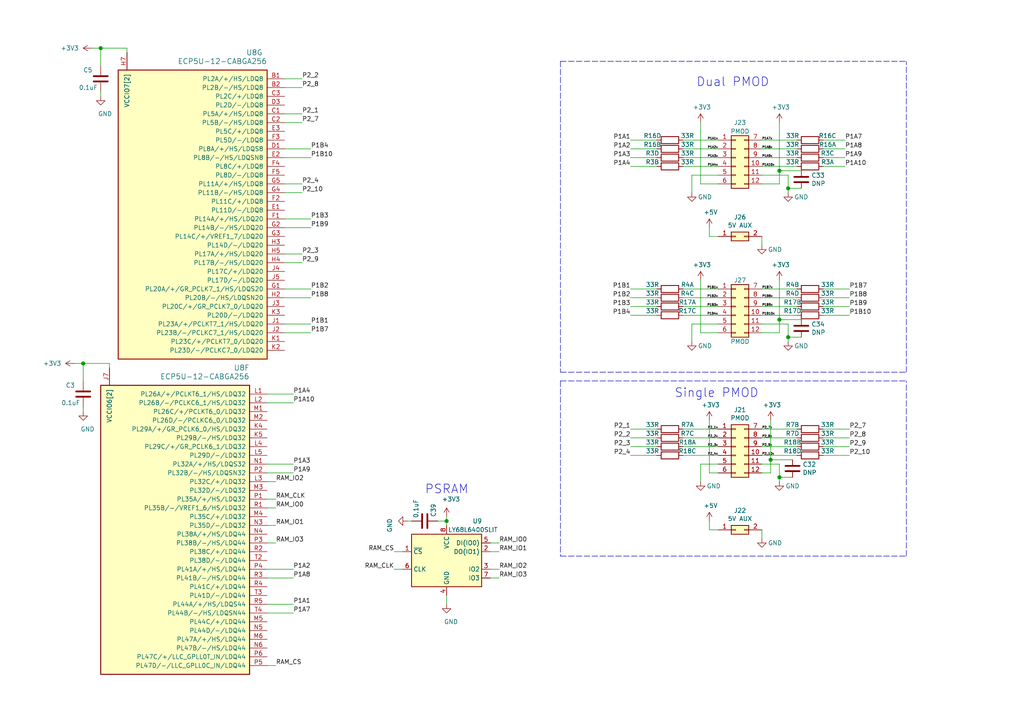
<source format=kicad_sch>
(kicad_sch (version 20201015) (generator eeschema)
  (paper "A4")
  (title_block (title "iCEBreaker+++") (date "2020-12-12") (rev "V0.1") (company "GsD") (comment 1 "2020 (C) GsD  <greg.davill@gmail.com>"))
  (junction (at 24.13 105.41) (diameter 1.016))
  (junction (at 29.21 13.97) (diameter 1.016))
  (junction (at 129.54 151.13) (diameter 1.016))
  (junction (at 223.52 133.35) (diameter 1.016))
  (junction (at 226.06 49.53) (diameter 1.016))
  (junction (at 226.06 92.71) (diameter 1.016))
  (junction (at 226.06 138.43) (diameter 1.016))
  (junction (at 228.6 54.61) (diameter 1.016))
  (junction (at 228.6 97.79) (diameter 1.016))
  (wire (pts (xy 21.59 105.41) (xy 24.13 105.41)))
  (wire (pts (xy 24.13 105.41) (xy 24.13 110.49)))
  (wire (pts (xy 24.13 118.11) (xy 24.13 119.38)))
  (wire (pts (xy 26.67 13.97) (xy 29.21 13.97)))
  (wire (pts (xy 29.21 13.97) (xy 29.21 19.05)))
  (wire (pts (xy 29.21 26.67) (xy 29.21 27.94)))
  (wire (pts (xy 31.75 105.41) (xy 24.13 105.41)))
  (wire (pts (xy 31.75 106.68) (xy 31.75 105.41)))
  (wire (pts (xy 36.83 13.97) (xy 29.21 13.97)))
  (wire (pts (xy 36.83 15.24) (xy 36.83 13.97)))
  (wire (pts (xy 77.47 114.3) (xy 85.09 114.3)))
  (wire (pts (xy 77.47 116.84) (xy 85.09 116.84)))
  (wire (pts (xy 77.47 134.62) (xy 85.09 134.62)))
  (wire (pts (xy 77.47 137.16) (xy 85.09 137.16)))
  (wire (pts (xy 77.47 144.78) (xy 80.01 144.78)))
  (wire (pts (xy 77.47 147.32) (xy 80.01 147.32)))
  (wire (pts (xy 77.47 152.4) (xy 80.01 152.4)))
  (wire (pts (xy 77.47 157.48) (xy 80.01 157.48)))
  (wire (pts (xy 77.47 165.1) (xy 85.09 165.1)))
  (wire (pts (xy 77.47 167.64) (xy 85.09 167.64)))
  (wire (pts (xy 77.47 175.26) (xy 85.09 175.26)))
  (wire (pts (xy 77.47 177.8) (xy 85.09 177.8)))
  (wire (pts (xy 80.01 139.7) (xy 77.47 139.7)))
  (wire (pts (xy 80.01 193.04) (xy 77.47 193.04)))
  (wire (pts (xy 82.55 22.86) (xy 87.63 22.86)))
  (wire (pts (xy 82.55 25.4) (xy 87.63 25.4)))
  (wire (pts (xy 82.55 33.02) (xy 87.63 33.02)))
  (wire (pts (xy 82.55 35.56) (xy 87.63 35.56)))
  (wire (pts (xy 82.55 43.18) (xy 90.17 43.18)))
  (wire (pts (xy 82.55 45.72) (xy 90.17 45.72)))
  (wire (pts (xy 82.55 53.34) (xy 87.63 53.34)))
  (wire (pts (xy 82.55 55.88) (xy 87.63 55.88)))
  (wire (pts (xy 82.55 63.5) (xy 90.17 63.5)))
  (wire (pts (xy 82.55 66.04) (xy 90.17 66.04)))
  (wire (pts (xy 82.55 73.66) (xy 87.63 73.66)))
  (wire (pts (xy 82.55 76.2) (xy 87.63 76.2)))
  (wire (pts (xy 82.55 83.82) (xy 90.17 83.82)))
  (wire (pts (xy 82.55 86.36) (xy 90.17 86.36)))
  (wire (pts (xy 82.55 93.98) (xy 90.17 93.98)))
  (wire (pts (xy 82.55 96.52) (xy 90.17 96.52)))
  (wire (pts (xy 114.3 160.02) (xy 116.84 160.02)))
  (wire (pts (xy 114.3 165.1) (xy 116.84 165.1)))
  (wire (pts (xy 119.38 151.13) (xy 118.11 151.13)))
  (wire (pts (xy 127 151.13) (xy 129.54 151.13)))
  (wire (pts (xy 129.54 149.86) (xy 129.54 151.13)))
  (wire (pts (xy 129.54 151.13) (xy 129.54 152.4)))
  (wire (pts (xy 129.54 172.72) (xy 129.54 175.26)))
  (wire (pts (xy 142.24 157.48) (xy 144.78 157.48)))
  (wire (pts (xy 142.24 160.02) (xy 144.78 160.02)))
  (wire (pts (xy 142.24 165.1) (xy 144.78 165.1)))
  (wire (pts (xy 142.24 167.64) (xy 144.78 167.64)))
  (wire (pts (xy 190.5 40.64) (xy 182.88 40.64)))
  (wire (pts (xy 190.5 43.18) (xy 182.88 43.18)))
  (wire (pts (xy 190.5 45.72) (xy 182.88 45.72)))
  (wire (pts (xy 190.5 48.26) (xy 182.88 48.26)))
  (wire (pts (xy 190.5 83.82) (xy 182.88 83.82)))
  (wire (pts (xy 190.5 86.36) (xy 182.88 86.36)))
  (wire (pts (xy 190.5 88.9) (xy 182.88 88.9)))
  (wire (pts (xy 190.5 91.44) (xy 182.88 91.44)))
  (wire (pts (xy 190.5 124.46) (xy 182.88 124.46)))
  (wire (pts (xy 190.5 127) (xy 182.88 127)))
  (wire (pts (xy 190.5 129.54) (xy 182.88 129.54)))
  (wire (pts (xy 190.5 132.08) (xy 182.88 132.08)))
  (wire (pts (xy 198.12 124.46) (xy 208.28 124.46)))
  (wire (pts (xy 198.12 127) (xy 208.28 127)))
  (wire (pts (xy 198.12 129.54) (xy 208.28 129.54)))
  (wire (pts (xy 198.12 132.08) (xy 208.28 132.08)))
  (wire (pts (xy 200.66 50.8) (xy 200.66 55.88)))
  (wire (pts (xy 200.66 93.98) (xy 208.28 93.98)))
  (wire (pts (xy 200.66 99.06) (xy 200.66 93.98)))
  (wire (pts (xy 203.2 53.34) (xy 203.2 35.56)))
  (wire (pts (xy 203.2 96.52) (xy 203.2 81.28)))
  (wire (pts (xy 203.2 96.52) (xy 208.28 96.52)))
  (wire (pts (xy 203.2 134.62) (xy 208.28 134.62)))
  (wire (pts (xy 203.2 139.7) (xy 203.2 134.62)))
  (wire (pts (xy 205.74 68.58) (xy 205.74 66.04)))
  (wire (pts (xy 205.74 137.16) (xy 205.74 121.92)))
  (wire (pts (xy 205.74 153.67) (xy 205.74 151.13)))
  (wire (pts (xy 208.28 40.64) (xy 198.12 40.64)))
  (wire (pts (xy 208.28 43.18) (xy 198.12 43.18)))
  (wire (pts (xy 208.28 45.72) (xy 198.12 45.72)))
  (wire (pts (xy 208.28 48.26) (xy 198.12 48.26)))
  (wire (pts (xy 208.28 50.8) (xy 200.66 50.8)))
  (wire (pts (xy 208.28 53.34) (xy 203.2 53.34)))
  (wire (pts (xy 208.28 68.58) (xy 205.74 68.58)))
  (wire (pts (xy 208.28 83.82) (xy 198.12 83.82)))
  (wire (pts (xy 208.28 86.36) (xy 198.12 86.36)))
  (wire (pts (xy 208.28 88.9) (xy 198.12 88.9)))
  (wire (pts (xy 208.28 91.44) (xy 198.12 91.44)))
  (wire (pts (xy 208.28 137.16) (xy 205.74 137.16)))
  (wire (pts (xy 208.28 153.67) (xy 205.74 153.67)))
  (wire (pts (xy 220.98 40.64) (xy 231.14 40.64)))
  (wire (pts (xy 220.98 43.18) (xy 231.14 43.18)))
  (wire (pts (xy 220.98 45.72) (xy 231.14 45.72)))
  (wire (pts (xy 220.98 48.26) (xy 231.14 48.26)))
  (wire (pts (xy 220.98 50.8) (xy 228.6 50.8)))
  (wire (pts (xy 220.98 53.34) (xy 226.06 53.34)))
  (wire (pts (xy 220.98 68.58) (xy 220.98 71.12)))
  (wire (pts (xy 220.98 83.82) (xy 231.14 83.82)))
  (wire (pts (xy 220.98 86.36) (xy 231.14 86.36)))
  (wire (pts (xy 220.98 88.9) (xy 231.14 88.9)))
  (wire (pts (xy 220.98 91.44) (xy 231.14 91.44)))
  (wire (pts (xy 220.98 124.46) (xy 231.14 124.46)))
  (wire (pts (xy 220.98 127) (xy 231.14 127)))
  (wire (pts (xy 220.98 129.54) (xy 231.14 129.54)))
  (wire (pts (xy 220.98 132.08) (xy 231.14 132.08)))
  (wire (pts (xy 220.98 134.62) (xy 226.06 134.62)))
  (wire (pts (xy 220.98 137.16) (xy 223.52 137.16)))
  (wire (pts (xy 220.98 153.67) (xy 220.98 156.21)))
  (wire (pts (xy 223.52 133.35) (xy 223.52 121.92)))
  (wire (pts (xy 223.52 133.35) (xy 229.87 133.35)))
  (wire (pts (xy 223.52 137.16) (xy 223.52 133.35)))
  (wire (pts (xy 226.06 49.53) (xy 226.06 35.56)))
  (wire (pts (xy 226.06 49.53) (xy 232.41 49.53)))
  (wire (pts (xy 226.06 53.34) (xy 226.06 49.53)))
  (wire (pts (xy 226.06 92.71) (xy 226.06 81.28)))
  (wire (pts (xy 226.06 92.71) (xy 232.41 92.71)))
  (wire (pts (xy 226.06 96.52) (xy 220.98 96.52)))
  (wire (pts (xy 226.06 96.52) (xy 226.06 92.71)))
  (wire (pts (xy 226.06 134.62) (xy 226.06 138.43)))
  (wire (pts (xy 226.06 138.43) (xy 226.06 139.7)))
  (wire (pts (xy 226.06 138.43) (xy 229.87 138.43)))
  (wire (pts (xy 228.6 50.8) (xy 228.6 54.61)))
  (wire (pts (xy 228.6 54.61) (xy 228.6 55.88)))
  (wire (pts (xy 228.6 54.61) (xy 232.41 54.61)))
  (wire (pts (xy 228.6 93.98) (xy 220.98 93.98)))
  (wire (pts (xy 228.6 93.98) (xy 228.6 97.79)))
  (wire (pts (xy 228.6 97.79) (xy 228.6 99.06)))
  (wire (pts (xy 228.6 97.79) (xy 232.41 97.79)))
  (wire (pts (xy 238.76 40.64) (xy 245.11 40.64)))
  (wire (pts (xy 238.76 43.18) (xy 245.11 43.18)))
  (wire (pts (xy 238.76 45.72) (xy 245.11 45.72)))
  (wire (pts (xy 238.76 48.26) (xy 245.11 48.26)))
  (wire (pts (xy 238.76 83.82) (xy 246.38 83.82)))
  (wire (pts (xy 238.76 86.36) (xy 246.38 86.36)))
  (wire (pts (xy 238.76 88.9) (xy 246.38 88.9)))
  (wire (pts (xy 238.76 91.44) (xy 246.38 91.44)))
  (wire (pts (xy 238.76 124.46) (xy 246.38 124.46)))
  (wire (pts (xy 238.76 127) (xy 246.38 127)))
  (wire (pts (xy 238.76 129.54) (xy 246.38 129.54)))
  (wire (pts (xy 238.76 132.08) (xy 246.38 132.08)))
  (polyline (pts (xy 162.56 17.78) (xy 162.56 107.95)) (stroke (width 0) (type dash)))
  (polyline (pts (xy 162.56 17.78) (xy 262.89 17.78)) (stroke (width 0) (type dash)))
  (polyline (pts (xy 162.56 107.95) (xy 262.89 107.95)) (stroke (width 0) (type dash)))
  (polyline (pts (xy 162.56 110.49) (xy 162.56 161.29)) (stroke (width 0) (type dash)))
  (polyline (pts (xy 162.56 110.49) (xy 262.89 110.49)) (stroke (width 0) (type dash)))
  (polyline (pts (xy 162.56 161.29) (xy 262.89 161.29)) (stroke (width 0) (type dash)))
  (polyline (pts (xy 262.89 107.95) (xy 262.89 17.78)) (stroke (width 0) (type dash)))
  (polyline (pts (xy 262.89 161.29) (xy 262.89 110.49)) (stroke (width 0) (type dash)))
  (text "PSRAM" (at 123.19 143.51 0) (effects (font (size 2.54 2.54)) (justify left bottom)))
  (text "Single PMOD" (at 195.58 115.57 0) (effects (font (size 2.54 2.54)) (justify left bottom)))
  (text "Dual PMOD" (at 201.93 25.4 0) (effects (font (size 2.54 2.54)) (justify left bottom)))
  (label "RAM_IO2" (at 80.01 139.7 0))
  (label "RAM_CLK" (at 80.01 144.78 0))
  (label "RAM_IO0" (at 80.01 147.32 0))
  (label "RAM_IO1" (at 80.01 152.4 0))
  (label "RAM_IO3" (at 80.01 157.48 0))
  (label "RAM_CS" (at 80.01 193.04 0))
  (label "P1A4" (at 85.09 114.3 0))
  (label "P1A10" (at 85.09 116.84 0))
  (label "P1A3" (at 85.09 134.62 0))
  (label "P1A9" (at 85.09 137.16 0))
  (label "P1A2" (at 85.09 165.1 0))
  (label "P1A8" (at 85.09 167.64 0))
  (label "P1A1" (at 85.09 175.26 0))
  (label "P1A7" (at 85.09 177.8 0))
  (label "P2_2" (at 87.63 22.86 0))
  (label "P2_8" (at 87.63 25.4 0))
  (label "P2_1" (at 87.63 33.02 0))
  (label "P2_7" (at 87.63 35.56 0))
  (label "P2_4" (at 87.63 53.34 0))
  (label "P2_10" (at 87.63 55.88 0))
  (label "P2_3" (at 87.63 73.66 0))
  (label "P2_9" (at 87.63 76.2 0))
  (label "P1B4" (at 90.17 43.18 0))
  (label "P1B10" (at 90.17 45.72 0))
  (label "P1B3" (at 90.17 63.5 0))
  (label "P1B9" (at 90.17 66.04 0))
  (label "P1B2" (at 90.17 83.82 0))
  (label "P1B8" (at 90.17 86.36 0))
  (label "P1B1" (at 90.17 93.98 0))
  (label "P1B7" (at 90.17 96.52 0))
  (label "RAM_CS" (at 114.3 160.02 180))
  (label "RAM_CLK" (at 114.3 165.1 180))
  (label "RAM_IO0" (at 144.78 157.48 0))
  (label "RAM_IO1" (at 144.78 160.02 0))
  (label "RAM_IO2" (at 144.78 165.1 0))
  (label "RAM_IO3" (at 144.78 167.64 0))
  (label "P1A1" (at 182.88 40.64 180))
  (label "P1A2" (at 182.88 43.18 180))
  (label "P1A3" (at 182.88 45.72 180))
  (label "P1A4" (at 182.88 48.26 180))
  (label "P1B1" (at 182.88 83.82 180))
  (label "P1B2" (at 182.88 86.36 180))
  (label "P1B3" (at 182.88 88.9 180))
  (label "P1B4" (at 182.88 91.44 180))
  (label "P2_1" (at 182.88 124.46 180))
  (label "P2_2" (at 182.88 127 180))
  (label "P2_3" (at 182.88 129.54 180))
  (label "P2_4" (at 182.88 132.08 180))
  (label "P1A1x" (at 208.28 40.64 180) (effects (font (size 0.635 0.635))))
  (label "P1A2x" (at 208.28 43.18 180) (effects (font (size 0.635 0.635))))
  (label "P1A3x" (at 208.28 45.72 180) (effects (font (size 0.635 0.635))))
  (label "P1A4x" (at 208.28 48.26 180) (effects (font (size 0.635 0.635))))
  (label "P1B1x" (at 208.28 83.82 180) (effects (font (size 0.635 0.635))))
  (label "P1B2x" (at 208.28 86.36 180) (effects (font (size 0.635 0.635))))
  (label "P1B3x" (at 208.28 88.9 180) (effects (font (size 0.635 0.635))))
  (label "P1B4x" (at 208.28 91.44 180) (effects (font (size 0.635 0.635))))
  (label "P2_1x" (at 208.28 124.46 180) (effects (font (size 0.635 0.635))))
  (label "P2_2x" (at 208.28 127 180) (effects (font (size 0.635 0.635))))
  (label "P2_3x" (at 208.28 129.54 180) (effects (font (size 0.635 0.635))))
  (label "P2_4x" (at 208.28 132.08 180) (effects (font (size 0.635 0.635))))
  (label "P1A7x" (at 220.98 40.64 0) (effects (font (size 0.635 0.635))))
  (label "P1A8x" (at 220.98 43.18 0) (effects (font (size 0.635 0.635))))
  (label "P1A9x" (at 220.98 45.72 0) (effects (font (size 0.635 0.635))))
  (label "P1A10x" (at 220.98 48.26 0) (effects (font (size 0.635 0.635))))
  (label "P1B7x" (at 220.98 83.82 0) (effects (font (size 0.635 0.635))))
  (label "P1B8x" (at 220.98 86.36 0) (effects (font (size 0.635 0.635))))
  (label "P1B9x" (at 220.98 88.9 0) (effects (font (size 0.635 0.635))))
  (label "P1B10x" (at 220.98 91.44 0) (effects (font (size 0.635 0.635))))
  (label "P2_7x" (at 220.98 124.46 0) (effects (font (size 0.635 0.635))))
  (label "P2_8x" (at 220.98 127 0) (effects (font (size 0.635 0.635))))
  (label "P2_9x" (at 220.98 129.54 0) (effects (font (size 0.635 0.635))))
  (label "P2_10x" (at 220.98 132.08 0) (effects (font (size 0.635 0.635))))
  (label "P1A7" (at 245.11 40.64 0))
  (label "P1A8" (at 245.11 43.18 0))
  (label "P1A9" (at 245.11 45.72 0))
  (label "P1A10" (at 245.11 48.26 0))
  (label "P1B7" (at 246.38 83.82 0))
  (label "P1B8" (at 246.38 86.36 0))
  (label "P1B9" (at 246.38 88.9 0))
  (label "P1B10" (at 246.38 91.44 0))
  (label "P2_7" (at 246.38 124.46 0))
  (label "P2_8" (at 246.38 127 0))
  (label "P2_9" (at 246.38 129.54 0))
  (label "P2_10" (at 246.38 132.08 0))
  (symbol (lib_id "power:+3V3") (at 21.59 105.41 90) (unit 1)
    (property "Reference" "#PWR0130" (effects hide))
    (property "Value" "+3V3" (at 17.78 105.41 90) (effects (justify left)))
  )
  (symbol (lib_id "power:+3V3") (at 26.67 13.97 90) (unit 1)
    (property "Reference" "#PWR0129" (effects hide))
    (property "Value" "+3V3" (at 22.86 13.97 90) (effects (justify left)))
  )
  (symbol (lib_id "power:+3V3") (at 129.54 149.86 0) (unit 1)
    (property "Reference" "#PWR0168" (effects hide))
    (property "Value" "+3V3" (at 130.81 144.78 0))
  )
  (symbol (lib_id "power:+3V3") (at 203.2 35.56 0) (unit 1)
    (property "Reference" "#PWR0113" (effects hide))
    (property "Value" "+3V3" (at 203.581 31.0896 0))
  )
  (symbol (lib_id "power:+3V3") (at 203.2 81.28 0) (unit 1)
    (property "Reference" "#PWR0119" (effects hide))
    (property "Value" "+3V3" (at 203.581 76.8096 0))
  )
  (symbol (lib_id "power:+5V") (at 205.74 66.04 0) (unit 1)
    (property "Reference" "#PWR0109" (effects hide))
    (property "Value" "+5V" (at 206.121 61.5696 0))
  )
  (symbol (lib_id "power:+3V3") (at 205.74 121.92 0) (unit 1)
    (property "Reference" "#PWR0107" (effects hide))
    (property "Value" "+3V3" (at 206.121 117.4496 0))
  )
  (symbol (lib_id "power:+5V") (at 205.74 151.13 0) (unit 1)
    (property "Reference" "#PWR0110" (effects hide))
    (property "Value" "+5V" (at 206.121 146.6596 0))
  )
  (symbol (lib_id "power:+3V3") (at 223.52 121.92 0) (unit 1)
    (property "Reference" "#PWR0108" (effects hide))
    (property "Value" "+3V3" (at 223.901 117.4496 0))
  )
  (symbol (lib_id "power:+3V3") (at 226.06 35.56 0) (unit 1)
    (property "Reference" "#PWR0114" (effects hide))
    (property "Value" "+3V3" (at 226.441 31.0896 0))
  )
  (symbol (lib_id "power:+3V3") (at 226.06 81.28 0) (unit 1)
    (property "Reference" "#PWR0118" (effects hide))
    (property "Value" "+3V3" (at 226.441 76.8096 0))
  )
  (symbol (lib_id "power:GND") (at 24.13 119.38 0) (unit 1)
    (property "Reference" "#PWR0131" (effects hide))
    (property "Value" "GND" (at 25.4 124.46 0))
  )
  (symbol (lib_id "power:GND") (at 29.21 27.94 0) (unit 1)
    (property "Reference" "#PWR0128" (effects hide))
    (property "Value" "GND" (at 30.48 33.02 0))
  )
  (symbol (lib_id "power:GND") (at 118.11 151.13 270) (unit 1)
    (property "Reference" "#PWR0169" (effects hide))
    (property "Value" "GND" (at 113.03 152.4 0))
  )
  (symbol (lib_id "power:GND") (at 129.54 175.26 0) (unit 1)
    (property "Reference" "#PWR0133" (effects hide))
    (property "Value" "GND" (at 130.81 180.34 0))
  )
  (symbol (lib_id "power:GND") (at 200.66 55.88 0) (unit 1)
    (property "Reference" "#PWR0115" (effects hide))
    (property "Value" "GND" (at 204.47 57.15 0))
  )
  (symbol (lib_id "power:GND") (at 200.66 99.06 0) (unit 1)
    (property "Reference" "#PWR0122" (effects hide))
    (property "Value" "GND" (at 204.47 100.33 0))
  )
  (symbol (lib_id "power:GND") (at 203.2 139.7 0) (unit 1)
    (property "Reference" "#PWR0120" (effects hide))
    (property "Value" "GND" (at 207.01 140.97 0))
  )
  (symbol (lib_id "power:GND") (at 220.98 71.12 0) (unit 1)
    (property "Reference" "#PWR0117" (effects hide))
    (property "Value" "GND" (at 224.79 72.39 0))
  )
  (symbol (lib_id "power:GND") (at 220.98 156.21 0) (unit 1)
    (property "Reference" "#PWR0112" (effects hide))
    (property "Value" "GND" (at 224.79 157.48 0))
  )
  (symbol (lib_id "power:GND") (at 226.06 139.7 0) (unit 1)
    (property "Reference" "#PWR0121" (effects hide))
    (property "Value" "GND" (at 229.87 140.97 0))
  )
  (symbol (lib_id "power:GND") (at 228.6 55.88 0) (unit 1)
    (property "Reference" "#PWR0116" (effects hide))
    (property "Value" "GND" (at 232.41 57.15 0))
  )
  (symbol (lib_id "power:GND") (at 228.6 99.06 0) (unit 1)
    (property "Reference" "#PWR0111" (effects hide))
    (property "Value" "GND" (at 232.41 100.33 0))
  )
  (symbol (lib_id "Device:R_Pack04_Split") (at 194.31 40.64 90) (unit 4)
    (property "Reference" "R16" (at 189.23 39.37 90))
    (property "Value" "33R" (at 199.39 39.37 90))
    (property "Footprint" "Resistor_SMD:R_Array_Convex_4x0402" (effects hide))
  )
  (symbol (lib_id "Device:R_Pack04_Split") (at 194.31 43.18 90) (unit 2)
    (property "Reference" "R16" (at 189.23 41.91 90))
    (property "Value" "33R" (at 199.39 41.91 90))
    (property "Footprint" "Resistor_SMD:R_Array_Convex_4x0402" (effects hide))
  )
  (symbol (lib_id "Device:R_Pack04_Split") (at 194.31 45.72 90) (unit 4)
    (property "Reference" "R3" (at 189.23 44.45 90))
    (property "Value" "33R" (at 199.39 44.45 90))
    (property "Footprint" "Resistor_SMD:R_Array_Convex_4x0402" (effects hide))
  )
  (symbol (lib_id "Device:R_Pack04_Split") (at 194.31 48.26 90) (unit 2)
    (property "Reference" "R3" (at 189.23 46.99 90))
    (property "Value" "33R" (at 199.39 46.99 90))
    (property "Footprint" "Resistor_SMD:R_Array_Convex_4x0402" (effects hide))
  )
  (symbol (lib_id "Device:R_Pack04_Split") (at 194.31 83.82 270) (mirror x) (unit 1)
    (property "Reference" "R4" (at 199.39 82.55 90))
    (property "Value" "33R" (at 189.23 82.55 90))
    (property "Footprint" "Resistor_SMD:R_Array_Convex_4x0402" (effects hide))
  )
  (symbol (lib_id "Device:R_Pack04_Split") (at 194.31 86.36 270) (mirror x) (unit 3)
    (property "Reference" "R4" (at 199.39 85.09 90))
    (property "Value" "33R" (at 189.23 85.09 90))
    (property "Footprint" "Resistor_SMD:R_Array_Convex_4x0402" (effects hide))
  )
  (symbol (lib_id "Device:R_Pack04_Split") (at 194.31 88.9 270) (mirror x) (unit 1)
    (property "Reference" "R17" (at 199.39 87.63 90))
    (property "Value" "33R" (at 189.23 87.63 90))
    (property "Footprint" "Resistor_SMD:R_Array_Convex_4x0402" (effects hide))
  )
  (symbol (lib_id "Device:R_Pack04_Split") (at 194.31 91.44 270) (mirror x) (unit 3)
    (property "Reference" "R17" (at 199.39 90.17 90))
    (property "Value" "33R" (at 189.23 90.17 90))
    (property "Footprint" "Resistor_SMD:R_Array_Convex_4x0402" (effects hide))
  )
  (symbol (lib_id "Device:R_Pack04_Split") (at 194.31 124.46 270) (mirror x) (unit 1)
    (property "Reference" "R7" (at 199.39 123.19 90))
    (property "Value" "33R" (at 189.23 123.19 90))
    (property "Footprint" "Resistor_SMD:R_Array_Convex_4x0402" (effects hide))
  )
  (symbol (lib_id "Device:R_Pack04_Split") (at 194.31 127 270) (mirror x) (unit 3)
    (property "Reference" "R7" (at 199.39 125.73 90))
    (property "Value" "33R" (at 189.23 125.73 90))
    (property "Footprint" "Resistor_SMD:R_Array_Convex_4x0402" (effects hide))
  )
  (symbol (lib_id "Device:R_Pack04_Split") (at 194.31 129.54 270) (mirror x) (unit 1)
    (property "Reference" "R18" (at 199.39 128.27 90))
    (property "Value" "33R" (at 189.23 128.27 90))
    (property "Footprint" "Resistor_SMD:R_Array_Convex_4x0402" (effects hide))
  )
  (symbol (lib_id "Device:R_Pack04_Split") (at 194.31 132.08 270) (mirror x) (unit 3)
    (property "Reference" "R18" (at 199.39 130.81 90))
    (property "Value" "33R" (at 189.23 130.81 90))
    (property "Footprint" "Resistor_SMD:R_Array_Convex_4x0402" (effects hide))
  )
  (symbol (lib_id "Device:R_Pack04_Split") (at 234.95 40.64 270) (mirror x) (unit 3)
    (property "Reference" "R16" (at 240.03 39.37 90))
    (property "Value" "33R" (at 229.87 39.37 90))
    (property "Footprint" "Resistor_SMD:R_Array_Convex_4x0402" (effects hide))
  )
  (symbol (lib_id "Device:R_Pack04_Split") (at 234.95 43.18 270) (mirror x) (unit 1)
    (property "Reference" "R16" (at 240.03 41.91 90))
    (property "Value" "33R" (at 229.87 41.91 90))
    (property "Footprint" "Resistor_SMD:R_Array_Convex_4x0402" (effects hide))
  )
  (symbol (lib_id "Device:R_Pack04_Split") (at 234.95 45.72 270) (mirror x) (unit 3)
    (property "Reference" "R3" (at 240.03 44.45 90))
    (property "Value" "33R" (at 229.87 44.45 90))
    (property "Footprint" "Resistor_SMD:R_Array_Convex_4x0402" (effects hide))
  )
  (symbol (lib_id "Device:R_Pack04_Split") (at 234.95 48.26 270) (mirror x) (unit 1)
    (property "Reference" "R3" (at 240.03 46.99 90))
    (property "Value" "33R" (at 229.87 46.99 90))
    (property "Footprint" "Resistor_SMD:R_Array_Convex_4x0402" (effects hide))
  )
  (symbol (lib_id "Device:R_Pack04_Split") (at 234.95 83.82 90) (unit 2)
    (property "Reference" "R4" (at 229.87 82.55 90))
    (property "Value" "33R" (at 240.03 82.55 90))
    (property "Footprint" "Resistor_SMD:R_Array_Convex_4x0402" (effects hide))
  )
  (symbol (lib_id "Device:R_Pack04_Split") (at 234.95 86.36 90) (unit 4)
    (property "Reference" "R4" (at 229.87 85.09 90))
    (property "Value" "33R" (at 240.03 85.09 90))
    (property "Footprint" "Resistor_SMD:R_Array_Convex_4x0402" (effects hide))
  )
  (symbol (lib_id "Device:R_Pack04_Split") (at 234.95 88.9 90) (unit 2)
    (property "Reference" "R17" (at 229.87 87.63 90))
    (property "Value" "33R" (at 240.03 87.63 90))
    (property "Footprint" "Resistor_SMD:R_Array_Convex_4x0402" (effects hide))
  )
  (symbol (lib_id "Device:R_Pack04_Split") (at 234.95 91.44 90) (unit 4)
    (property "Reference" "R17" (at 229.87 90.17 90))
    (property "Value" "33R" (at 240.03 90.17 90))
    (property "Footprint" "Resistor_SMD:R_Array_Convex_4x0402" (effects hide))
  )
  (symbol (lib_id "Device:R_Pack04_Split") (at 234.95 124.46 90) (unit 2)
    (property "Reference" "R7" (at 229.87 123.19 90))
    (property "Value" "33R" (at 240.03 123.19 90))
    (property "Footprint" "Resistor_SMD:R_Array_Convex_4x0402" (effects hide))
  )
  (symbol (lib_id "Device:R_Pack04_Split") (at 234.95 127 90) (unit 4)
    (property "Reference" "R7" (at 229.87 125.73 90))
    (property "Value" "33R" (at 240.03 125.73 90))
    (property "Footprint" "Resistor_SMD:R_Array_Convex_4x0402" (effects hide))
  )
  (symbol (lib_id "Device:R_Pack04_Split") (at 234.95 129.54 90) (unit 2)
    (property "Reference" "R18" (at 229.87 128.27 90))
    (property "Value" "33R" (at 240.03 128.27 90))
    (property "Footprint" "Resistor_SMD:R_Array_Convex_4x0402" (effects hide))
  )
  (symbol (lib_id "Device:R_Pack04_Split") (at 234.95 132.08 90) (unit 4)
    (property "Reference" "R18" (at 229.87 130.81 90))
    (property "Value" "33R" (at 240.03 130.81 90))
    (property "Footprint" "Resistor_SMD:R_Array_Convex_4x0402" (effects hide))
  )
  (symbol (lib_id "icebreaker-rescue:pkl_C-pkl_device") (at 229.87 135.89 0) (mirror x) (unit 1)
    (property "Reference" "C32" (at 232.791 134.6962 0) (effects (justify left)))
    (property "Value" "DNP" (at 232.791 137.0584 0) (effects (justify left)))
    (property "Footprint" "Capacitor_SMD:C_0603_1608Metric" (effects hide))
    (property "Key" "cap-cer-0603-10u" (effects hide))
    (property "Source" "ANY" (effects hide))
    (property "DNP" "YES" (effects hide))
  )
  (symbol (lib_id "icebreaker-rescue:pkl_C-pkl_device") (at 232.41 52.07 0) (mirror x) (unit 1)
    (property "Reference" "C33" (at 235.331 50.8762 0) (effects (justify left)))
    (property "Value" "DNP" (at 235.331 53.2384 0) (effects (justify left)))
    (property "Footprint" "Capacitor_SMD:C_0603_1608Metric" (effects hide))
    (property "Key" "cap-cer-0603-10u" (effects hide))
    (property "Source" "ANY" (effects hide))
    (property "DNP" "YES" (effects hide))
  )
  (symbol (lib_id "icebreaker-rescue:pkl_C-pkl_device") (at 232.41 95.25 0) (mirror x) (unit 1)
    (property "Reference" "C34" (at 235.331 94.0562 0) (effects (justify left)))
    (property "Value" "DNP" (at 235.331 96.4184 0) (effects (justify left)))
    (property "Footprint" "Capacitor_SMD:C_0603_1608Metric" (effects hide))
    (property "Key" "cap-cer-0603-10u" (effects hide))
    (property "Source" "ANY" (effects hide))
    (property "DNP" "YES" (effects hide))
  )
  (symbol (lib_id "Device:C") (at 24.13 114.3 0) (unit 1)
    (property "Reference" "C3" (at 19.05 111.76 0) (effects (justify left)))
    (property "Value" "0.1uF" (at 17.78 116.84 0) (effects (justify left)))
    (property "Footprint" "Capacitor_SMD:C_0402_1005Metric" (effects hide))
  )
  (symbol (lib_id "Device:C") (at 29.21 22.86 0) (unit 1)
    (property "Reference" "C5" (at 24.13 20.32 0) (effects (justify left)))
    (property "Value" "0.1uF" (at 22.86 25.4 0) (effects (justify left)))
    (property "Footprint" "Capacitor_SMD:C_0402_1005Metric" (effects hide))
  )
  (symbol (lib_id "Device:C") (at 123.19 151.13 270) (unit 1)
    (property "Reference" "C39" (at 125.73 146.05 0) (effects (justify left)))
    (property "Value" "0.1uF" (at 120.65 144.78 0) (effects (justify left)))
    (property "Footprint" "Capacitor_SMD:C_0402_1005Metric" (effects hide))
  )
  (symbol (lib_id "Connector_Generic:Conn_02x01") (at 213.36 68.58 0) (unit 1)
    (property "Reference" "J26" (at 214.63 62.992 0))
    (property "Value" "5V AUX" (at 214.63 65.3542 0))
    (property "Footprint" "Connector_PinHeader_2.54mm:PinHeader_2x01_P2.54mm_Vertical" (effects hide))
    (property "Key" "conn-th-01in-2-1-hdr" (effects hide))
    (property "Source" "ANY" (effects hide))
  )
  (symbol (lib_id "Connector_Generic:Conn_02x01") (at 213.36 153.67 0) (unit 1)
    (property "Reference" "J22" (at 214.63 148.082 0))
    (property "Value" "5V AUX" (at 214.63 150.4442 0))
    (property "Footprint" "Connector_PinHeader_2.54mm:PinHeader_2x01_P2.54mm_Vertical" (effects hide))
    (property "Key" "conn-th-01in-2-1-hdr" (effects hide))
    (property "Source" "ANY" (effects hide))
  )
  (symbol (lib_id "Connector_Generic:Conn_02x06_Top_Bottom") (at 213.36 45.72 0) (unit 1)
    (property "Reference" "J23" (at 214.63 35.56 0))
    (property "Value" "PMOD" (at 214.63 38.1 0))
    (property "Footprint" "gsd-footprints:PMOD_Angled_2x06" (effects hide))
    (property "Key" "conn-th-01in-6-2-rec-ra" (effects hide))
    (property "Source" "ANY" (effects hide))
  )
  (symbol (lib_id "Connector_Generic:Conn_02x06_Top_Bottom") (at 213.36 88.9 0) (unit 1)
    (property "Reference" "J27" (at 214.63 81.28 0))
    (property "Value" "PMOD" (at 214.63 99.06 0))
    (property "Footprint" "gsd-footprints:PMOD_Angled_2x06" (effects hide))
    (property "Key" "conn-th-01in-6-2-rec-ra" (effects hide))
    (property "Source" "ANY" (effects hide))
  )
  (symbol (lib_id "Connector_Generic:Conn_02x06_Top_Bottom") (at 213.36 129.54 0) (unit 1)
    (property "Reference" "J21" (at 214.63 118.872 0))
    (property "Value" "PMOD" (at 214.63 121.2342 0))
    (property "Footprint" "gsd-footprints:PMOD_Angled_2x06" (effects hide))
    (property "Key" "conn-th-01in-6-2-rec-ra" (effects hide))
    (property "Source" "ANY" (effects hide))
  )
  (symbol (lib_id "Memory_Flash:W25Q32JVSS") (at 129.54 162.56 0) (unit 1)
    (property "Reference" "U9" (at 138.43 151.13 0))
    (property "Value" "LY68L6400SLIT" (at 137.16 153.67 0))
    (property "Footprint" "Package_SO:SOIC-8_3.9x4.9mm_P1.27mm" (effects hide))
    (property "Datasheet" "http://www.winbond.com/resource-files/w25q32jv%20revg%2003272018%20plus.pdf" (effects hide))
  )
  (symbol (lib_id "gsd-kicad:ECP5U-12-CABGA256") (at 77.47 114.3 0) (mirror y) (unit 6)
    (property "Reference" "U8" (at 72.39 106.68 0) (effects (font (size 1.524 1.524)) (justify left)))
    (property "Value" "ECP5U-12-CABGA256" (at 72.39 109.22 0) (effects (font (size 1.524 1.524)) (justify left)))
    (property "Footprint" "Package_BGA:BGA-256_14.0x14.0mm_Layout16x16_P0.8mm_Ball0.45mm_Pad0.32mm_NSMD" (effects hide))
    (property "manf#" "ECP5U_12" (effects hide))
  )
  (symbol (lib_id "gsd-kicad:ECP5U-12-CABGA256") (at 82.55 22.86 0) (mirror y) (unit 7)
    (property "Reference" "U8" (at 76.2 15.24 0) (effects (font (size 1.524 1.524)) (justify left)))
    (property "Value" "ECP5U-12-CABGA256" (at 77.47 17.78 0) (effects (font (size 1.524 1.524)) (justify left)))
    (property "Footprint" "Package_BGA:BGA-256_14.0x14.0mm_Layout16x16_P0.8mm_Ball0.45mm_Pad0.32mm_NSMD" (effects hide))
    (property "manf#" "ECP5U_12" (effects hide))
  )
)
</source>
